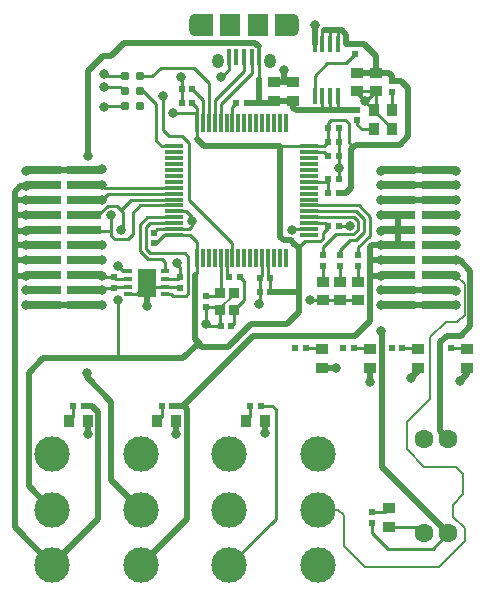
<source format=gtl>
G04 #@! TF.FileFunction,Copper,L1,Top,Signal*
%FSLAX46Y46*%
G04 Gerber Fmt 4.6, Leading zero omitted, Abs format (unit mm)*
G04 Created by KiCad (PCBNEW 0.201601071449+6428~40~ubuntu14.04.1-stable) date Thu 11 Feb 2016 16:27:28 GMT*
%MOMM*%
G01*
G04 APERTURE LIST*
%ADD10C,0.100000*%
%ADD11R,0.620000X0.620000*%
%ADD12R,1.000000X0.950000*%
%ADD13R,0.950000X1.000000*%
%ADD14R,0.300000X1.500000*%
%ADD15R,1.500000X0.300000*%
%ADD16R,0.650000X0.350000*%
%ADD17R,0.800000X0.800000*%
%ADD18R,1.550000X2.400000*%
%ADD19R,0.450000X1.450000*%
%ADD20R,2.920000X0.740000*%
%ADD21R,0.400000X1.350000*%
%ADD22O,1.000000X1.250000*%
%ADD23R,1.800000X1.900000*%
%ADD24R,1.575000X1.900000*%
%ADD25O,1.000000X1.900000*%
%ADD26C,0.787000*%
%ADD27C,3.000000*%
%ADD28R,0.850000X0.950000*%
%ADD29C,1.600000*%
%ADD30C,0.800000*%
%ADD31C,0.280000*%
%ADD32C,0.500000*%
%ADD33C,0.200000*%
G04 APERTURE END LIST*
D10*
D11*
X97000000Y-105850000D03*
X97000000Y-104950000D03*
X99150000Y-107500000D03*
X98250000Y-107500000D03*
X108250000Y-90700000D03*
X107350000Y-90700000D03*
X108250000Y-91900000D03*
X107350000Y-91900000D03*
X92600000Y-99550000D03*
X92600000Y-100450000D03*
X101550000Y-104600000D03*
X102450000Y-104600000D03*
X108250000Y-99000000D03*
X107350000Y-99000000D03*
X94950000Y-88600000D03*
X95850000Y-88600000D03*
X101550000Y-103400000D03*
X102450000Y-103400000D03*
X95850000Y-87400000D03*
X94950000Y-87400000D03*
X107350000Y-93100000D03*
X108250000Y-93100000D03*
X94800000Y-103350000D03*
X94800000Y-104250000D03*
D12*
X102800000Y-88400000D03*
X102800000Y-86800000D03*
X104400000Y-88400000D03*
X104400000Y-86800000D03*
D11*
X109600000Y-83550000D03*
X109600000Y-84450000D03*
D12*
X109800000Y-86000000D03*
X109800000Y-87600000D03*
X111400000Y-86000000D03*
X111400000Y-87600000D03*
D13*
X94500000Y-115500000D03*
X92900000Y-115500000D03*
X87000000Y-115500000D03*
X85400000Y-115500000D03*
D12*
X106800000Y-111000000D03*
X106800000Y-109400000D03*
X110900000Y-111000000D03*
X110900000Y-109400000D03*
X115000000Y-111000000D03*
X115000000Y-109400000D03*
X119100000Y-111000000D03*
X119100000Y-109400000D03*
D13*
X112800000Y-90800000D03*
X111200000Y-90800000D03*
X111200000Y-89200000D03*
X112800000Y-89200000D03*
D12*
X112500000Y-124500000D03*
X112500000Y-122900000D03*
X106900000Y-105300000D03*
X106900000Y-103700000D03*
X108400000Y-105300000D03*
X108400000Y-103700000D03*
X109900000Y-105300000D03*
X109900000Y-103700000D03*
D14*
X96250000Y-101700000D03*
X96750000Y-101700000D03*
X97250000Y-101700000D03*
X97750000Y-101700000D03*
X98250000Y-101700000D03*
X98750000Y-101700000D03*
X99250000Y-101700000D03*
X99750000Y-101700000D03*
X100250000Y-101700000D03*
X100750000Y-101700000D03*
X101250000Y-101700000D03*
X101750000Y-101700000D03*
X102250000Y-101700000D03*
X102750000Y-101700000D03*
X103250000Y-101700000D03*
X103750000Y-101700000D03*
D15*
X105700000Y-99750000D03*
X105700000Y-99250000D03*
X105700000Y-98750000D03*
X105700000Y-98250000D03*
X105700000Y-97750000D03*
X105700000Y-97250000D03*
X105700000Y-96750000D03*
X105700000Y-96250000D03*
X105700000Y-95750000D03*
X105700000Y-95250000D03*
X105700000Y-94750000D03*
X105700000Y-94250000D03*
X105700000Y-93750000D03*
X105700000Y-93250000D03*
X105700000Y-92750000D03*
X105700000Y-92250000D03*
D14*
X103750000Y-90300000D03*
X103250000Y-90300000D03*
X102750000Y-90300000D03*
X102250000Y-90300000D03*
X101750000Y-90300000D03*
X101250000Y-90300000D03*
X100750000Y-90300000D03*
X100250000Y-90300000D03*
X99750000Y-90300000D03*
X99250000Y-90300000D03*
X98750000Y-90300000D03*
X98250000Y-90300000D03*
X97750000Y-90300000D03*
X97250000Y-90300000D03*
X96750000Y-90300000D03*
X96250000Y-90300000D03*
D15*
X94300000Y-92250000D03*
X94300000Y-92750000D03*
X94300000Y-93250000D03*
X94300000Y-93750000D03*
X94300000Y-94250000D03*
X94300000Y-94750000D03*
X94300000Y-95250000D03*
X94300000Y-95750000D03*
X94300000Y-96250000D03*
X94300000Y-96750000D03*
X94300000Y-97250000D03*
X94300000Y-97750000D03*
X94300000Y-98250000D03*
X94300000Y-98750000D03*
X94300000Y-99250000D03*
X94300000Y-99750000D03*
D16*
X93550000Y-104775000D03*
X93550000Y-104125000D03*
X93550000Y-103475000D03*
X93550000Y-102825000D03*
X90450000Y-102825000D03*
X90450000Y-103475000D03*
X90450000Y-104125000D03*
X90450000Y-104775000D03*
D17*
X92000000Y-104400000D03*
X92000000Y-103200000D03*
X92000000Y-104400000D03*
X92000000Y-103200000D03*
D18*
X92000000Y-103800000D03*
D19*
X108175000Y-83600000D03*
X107525000Y-83600000D03*
X106875000Y-83600000D03*
X106225000Y-83600000D03*
X106225000Y-88000000D03*
X106875000Y-88000000D03*
X107525000Y-88000000D03*
X108175000Y-88000000D03*
D20*
X83285000Y-94285000D03*
X86715000Y-94285000D03*
X83285000Y-95555000D03*
X86715000Y-95555000D03*
X83285000Y-96825000D03*
X86715000Y-96825000D03*
X83285000Y-98095000D03*
X86715000Y-98095000D03*
X83285000Y-99365000D03*
X86715000Y-99365000D03*
X83285000Y-100635000D03*
X86715000Y-100635000D03*
X83285000Y-101905000D03*
X86715000Y-101905000D03*
X83285000Y-103175000D03*
X86715000Y-103175000D03*
X83285000Y-104445000D03*
X86715000Y-104445000D03*
X83285000Y-105715000D03*
X86715000Y-105715000D03*
X113285000Y-94285000D03*
X116715000Y-94285000D03*
X113285000Y-95555000D03*
X116715000Y-95555000D03*
X113285000Y-96825000D03*
X116715000Y-96825000D03*
X113285000Y-98095000D03*
X116715000Y-98095000D03*
X113285000Y-99365000D03*
X116715000Y-99365000D03*
X113285000Y-100635000D03*
X116715000Y-100635000D03*
X113285000Y-101905000D03*
X116715000Y-101905000D03*
X113285000Y-103175000D03*
X116715000Y-103175000D03*
X113285000Y-104445000D03*
X116715000Y-104445000D03*
X113285000Y-105715000D03*
X116715000Y-105715000D03*
D21*
X100225000Y-84675000D03*
X99575000Y-84675000D03*
X100875000Y-84675000D03*
X101525000Y-84675000D03*
X98925000Y-84675000D03*
D22*
X98000000Y-85000000D03*
X102450000Y-85000000D03*
D23*
X99075000Y-82000000D03*
X101375000Y-82000000D03*
D24*
X96837500Y-82000000D03*
D25*
X96050000Y-82000000D03*
D24*
X103612500Y-82000000D03*
D25*
X104400000Y-82000000D03*
D26*
X90160000Y-86330000D03*
X91430000Y-86330000D03*
X90160000Y-87600000D03*
X91430000Y-87600000D03*
X90160000Y-88870000D03*
X91430000Y-88870000D03*
D11*
X100450000Y-88600000D03*
X99550000Y-88600000D03*
X99850000Y-103300000D03*
X98950000Y-103300000D03*
X108250000Y-96200000D03*
X107350000Y-96200000D03*
X107350000Y-95000000D03*
X108250000Y-95000000D03*
X89200000Y-104250000D03*
X89200000Y-103350000D03*
X94150000Y-114200000D03*
X93250000Y-114200000D03*
X86650000Y-114200000D03*
X85750000Y-114200000D03*
X104550000Y-109300000D03*
X105450000Y-109300000D03*
X108650000Y-109300000D03*
X109550000Y-109300000D03*
X112750000Y-109300000D03*
X113650000Y-109300000D03*
X116850000Y-109300000D03*
X117750000Y-109300000D03*
X109800000Y-89150000D03*
X109800000Y-90050000D03*
X112800000Y-86750000D03*
X112800000Y-87650000D03*
X111100000Y-124150000D03*
X111100000Y-123250000D03*
X106900000Y-101450000D03*
X106900000Y-102350000D03*
X108400000Y-101450000D03*
X108400000Y-102350000D03*
X109900000Y-101450000D03*
X109900000Y-102350000D03*
D27*
X99000000Y-123000000D03*
X99000000Y-118300000D03*
X99000000Y-127700000D03*
X106500000Y-123000000D03*
X106500000Y-118300000D03*
X106500000Y-127700000D03*
X91500000Y-123000000D03*
X91500000Y-118300000D03*
X91500000Y-127700000D03*
X84000000Y-123000000D03*
X84000000Y-118300000D03*
X84000000Y-127700000D03*
D28*
X98225000Y-104675000D03*
X98225000Y-106125000D03*
X99375000Y-106125000D03*
X99375000Y-104675000D03*
D29*
X117500000Y-125000000D03*
X115500000Y-125000000D03*
X117500000Y-117000000D03*
X115500000Y-117000000D03*
D13*
X102000000Y-115500000D03*
X100400000Y-115500000D03*
D11*
X101650000Y-114200000D03*
X100750000Y-114200000D03*
D30*
X88400000Y-88900000D03*
X106200000Y-82000000D03*
X103600000Y-85800000D03*
X87000000Y-116600000D03*
X94500000Y-116600000D03*
X102000000Y-116500000D03*
X118500000Y-112100000D03*
X114400000Y-111900000D03*
X110900000Y-112200000D03*
X108000000Y-111000000D03*
X92000000Y-105800000D03*
X111800000Y-105700000D03*
X118200000Y-105700000D03*
X118200000Y-94300000D03*
X111800000Y-94300000D03*
X88200000Y-105700000D03*
X88200000Y-94200000D03*
X81800000Y-105700000D03*
X81800000Y-94300000D03*
X110500000Y-88400000D03*
X108250000Y-94100000D03*
X94900000Y-86400000D03*
X104300000Y-99300000D03*
X97000000Y-107300000D03*
X105800000Y-105300000D03*
X101500000Y-105600000D03*
X98300000Y-86400000D03*
X95800000Y-98600000D03*
X109200000Y-99000000D03*
X88400000Y-86100000D03*
X94200000Y-89400000D03*
X89600000Y-105300000D03*
X89600000Y-102400000D03*
X111800000Y-99400000D03*
X111800000Y-98100000D03*
X111800000Y-100600000D03*
X111800000Y-101900000D03*
X111800000Y-103200000D03*
X88200000Y-101900000D03*
X94600000Y-102100000D03*
X86900000Y-111400000D03*
X87000000Y-93100000D03*
X93400000Y-88000000D03*
X88400000Y-87200000D03*
X89800000Y-99300000D03*
X88200000Y-95500000D03*
X88200000Y-96800000D03*
X89000000Y-98100000D03*
X88200000Y-103200000D03*
X88200000Y-104400000D03*
X81800000Y-103200000D03*
X81800000Y-101900000D03*
X81800000Y-100600000D03*
X81800000Y-99400000D03*
X81800000Y-98100000D03*
X81800000Y-96800000D03*
X81800000Y-95600000D03*
X88200000Y-100600000D03*
X81800000Y-104400000D03*
X118200000Y-95500000D03*
X111800000Y-95500000D03*
X118200000Y-96800000D03*
X111800000Y-96800000D03*
X118200000Y-98100000D03*
X118200000Y-99400000D03*
X118200000Y-100600000D03*
X118200000Y-101900000D03*
X118200000Y-103200000D03*
X111800000Y-107900000D03*
X111800000Y-104400000D03*
X118200000Y-104500000D03*
D31*
X112500000Y-124500000D02*
X115000000Y-124500000D01*
X115000000Y-124500000D02*
X115500000Y-125000000D01*
X90160000Y-88870000D02*
X88430000Y-88870000D01*
X88430000Y-88870000D02*
X88400000Y-88900000D01*
D32*
X106225000Y-83600000D02*
X106225000Y-82025000D01*
X106225000Y-82025000D02*
X106200000Y-82000000D01*
X103600000Y-86800000D02*
X104400000Y-86800000D01*
X102800000Y-86800000D02*
X103600000Y-86800000D01*
X103600000Y-86800000D02*
X103600000Y-85800000D01*
D31*
X91175000Y-104775000D02*
X92000000Y-103950000D01*
X92000000Y-103950000D02*
X92000000Y-103800000D01*
X90450000Y-104775000D02*
X91175000Y-104775000D01*
D33*
X98225000Y-105975000D02*
X99375000Y-104825000D01*
X99375000Y-104825000D02*
X99375000Y-104675000D01*
X98225000Y-106125000D02*
X98225000Y-105975000D01*
D32*
X87000000Y-115500000D02*
X87000000Y-116600000D01*
X94500000Y-115500000D02*
X94500000Y-116600000D01*
X102000000Y-115500000D02*
X102000000Y-116500000D01*
X119100000Y-111000000D02*
X119100000Y-111500000D01*
X119100000Y-111500000D02*
X118500000Y-112100000D01*
X115000000Y-111000000D02*
X115000000Y-111300000D01*
X115000000Y-111300000D02*
X114400000Y-111900000D01*
X110900000Y-111000000D02*
X110900000Y-112200000D01*
X106800000Y-111000000D02*
X108000000Y-111000000D01*
X92000000Y-103800000D02*
X92000000Y-105800000D01*
D31*
X111800000Y-105700000D02*
X111815000Y-105715000D01*
X111815000Y-105715000D02*
X113285000Y-105715000D01*
X116715000Y-105715000D02*
X118185000Y-105715000D01*
X118185000Y-105715000D02*
X118200000Y-105700000D01*
X118200000Y-94300000D02*
X118185000Y-94285000D01*
X118185000Y-94285000D02*
X116715000Y-94285000D01*
X111800000Y-94300000D02*
X111815000Y-94285000D01*
X111815000Y-94285000D02*
X113285000Y-94285000D01*
X86715000Y-105715000D02*
X88185000Y-105715000D01*
X88185000Y-105715000D02*
X88200000Y-105700000D01*
X86715000Y-94285000D02*
X88115000Y-94285000D01*
X88115000Y-94285000D02*
X88200000Y-94200000D01*
X81800000Y-105700000D02*
X81815000Y-105715000D01*
X81815000Y-105715000D02*
X83285000Y-105715000D01*
X81800000Y-94300000D02*
X81815000Y-94285000D01*
X81815000Y-94285000D02*
X83285000Y-94285000D01*
X111400000Y-87600000D02*
X111400000Y-89000000D01*
X111400000Y-89000000D02*
X111200000Y-89200000D01*
X109800000Y-87600000D02*
X111400000Y-87600000D01*
X110500000Y-88400000D02*
X110600000Y-88400000D01*
X110600000Y-88400000D02*
X111400000Y-87600000D01*
X110500000Y-88400000D02*
X110500000Y-88500000D01*
X110500000Y-88500000D02*
X111200000Y-89200000D01*
X109800000Y-87600000D02*
X109800000Y-87700000D01*
X109800000Y-87700000D02*
X110500000Y-88400000D01*
X108250000Y-94100000D02*
X108250000Y-95000000D01*
X108250000Y-93100000D02*
X108250000Y-94100000D01*
X94950000Y-87400000D02*
X94950000Y-86450000D01*
X94950000Y-86450000D02*
X94900000Y-86400000D01*
X105700000Y-99250000D02*
X104350000Y-99250000D01*
X104350000Y-99250000D02*
X104300000Y-99300000D01*
X97000000Y-107300000D02*
X97200000Y-107500000D01*
X97200000Y-107500000D02*
X98250000Y-107500000D01*
X97000000Y-105850000D02*
X97000000Y-107300000D01*
X106900000Y-105300000D02*
X105800000Y-105300000D01*
X101550000Y-104600000D02*
X101550000Y-105550000D01*
X101550000Y-105550000D02*
X101500000Y-105600000D01*
X108400000Y-105300000D02*
X106900000Y-105300000D01*
X109900000Y-105300000D02*
X108400000Y-105300000D01*
D32*
X83285000Y-94285000D02*
X86715000Y-94285000D01*
X83285000Y-105715000D02*
X86715000Y-105715000D01*
X116715000Y-105715000D02*
X113285000Y-105715000D01*
X116715000Y-94285000D02*
X113285000Y-94285000D01*
D31*
X108250000Y-91900000D02*
X108250000Y-93100000D01*
X94950000Y-87400000D02*
X94950000Y-88600000D01*
X98925000Y-84675000D02*
X98925000Y-85775000D01*
X98925000Y-85775000D02*
X98300000Y-86400000D01*
X95800000Y-98600000D02*
X95800000Y-99000000D01*
X95800000Y-98200000D02*
X95800000Y-98600000D01*
X95800000Y-99000000D02*
X95550000Y-99250000D01*
X95550000Y-99250000D02*
X94300000Y-99250000D01*
X95350000Y-97750000D02*
X95800000Y-98200000D01*
X94300000Y-97750000D02*
X95350000Y-97750000D01*
X111200000Y-87800000D02*
X111400000Y-87600000D01*
X111200000Y-89200000D02*
X112800000Y-90800000D01*
X108250000Y-90700000D02*
X108250000Y-91900000D01*
X94300000Y-99250000D02*
X92900000Y-99250000D01*
X92900000Y-99250000D02*
X92600000Y-99550000D01*
X93550000Y-104125000D02*
X92325000Y-104125000D01*
X92325000Y-104125000D02*
X92000000Y-103800000D01*
X93550000Y-104125000D02*
X94675000Y-104125000D01*
X94675000Y-104125000D02*
X94800000Y-104250000D01*
X97000000Y-105850000D02*
X97950000Y-105850000D01*
X97950000Y-105850000D02*
X98225000Y-106125000D01*
X98225000Y-106125000D02*
X98225000Y-107475000D01*
X98225000Y-107475000D02*
X98250000Y-107500000D01*
X101550000Y-103400000D02*
X101550000Y-104600000D01*
X101750000Y-101700000D02*
X101750000Y-103200000D01*
X101750000Y-103200000D02*
X101550000Y-103400000D01*
X108250000Y-99000000D02*
X109200000Y-99000000D01*
X98250000Y-101700000D02*
X98250000Y-104650000D01*
X98250000Y-104650000D02*
X98225000Y-104675000D01*
X97000000Y-104950000D02*
X97950000Y-104950000D01*
X97950000Y-104950000D02*
X98225000Y-104675000D01*
X99375000Y-106125000D02*
X100200000Y-105300000D01*
X100200000Y-105300000D02*
X100200000Y-103650000D01*
X100200000Y-103650000D02*
X99850000Y-103300000D01*
X99375000Y-106125000D02*
X99375000Y-107275000D01*
X99375000Y-107275000D02*
X99150000Y-107500000D01*
X90160000Y-86330000D02*
X88630000Y-86330000D01*
X88630000Y-86330000D02*
X88400000Y-86100000D01*
X94200000Y-89400000D02*
X96250000Y-89400000D01*
D32*
X95100000Y-110200000D02*
X89600000Y-110200000D01*
X89600000Y-110200000D02*
X83200000Y-110200000D01*
D31*
X89600000Y-105300000D02*
X89600000Y-110200000D01*
X90450000Y-102825000D02*
X90025000Y-102825000D01*
X90025000Y-102825000D02*
X89600000Y-102400000D01*
X106700000Y-100300000D02*
X105400000Y-100300000D01*
X105400000Y-100300000D02*
X104900000Y-100800000D01*
D32*
X104800000Y-100800000D02*
X104500000Y-100500000D01*
X104500000Y-100500000D02*
X104200000Y-100200000D01*
D31*
X107350000Y-99000000D02*
X107350000Y-99150000D01*
X107350000Y-99150000D02*
X106900000Y-99600000D01*
X106900000Y-99600000D02*
X106900000Y-100100000D01*
X106900000Y-100100000D02*
X106700000Y-100300000D01*
D32*
X96400000Y-108900000D02*
X95100000Y-110200000D01*
X83200000Y-110200000D02*
X82000000Y-111400000D01*
X82000000Y-111400000D02*
X82000000Y-121000000D01*
X82000000Y-121000000D02*
X84000000Y-123000000D01*
D31*
X96250000Y-90300000D02*
X96250000Y-89400000D01*
X96250000Y-89400000D02*
X96250000Y-89000000D01*
X103700000Y-92250000D02*
X103300000Y-92250000D01*
D32*
X103300000Y-92250000D02*
X96850000Y-92250000D01*
X103600000Y-100200000D02*
X103300000Y-99900000D01*
X103300000Y-99900000D02*
X103300000Y-92250000D01*
X104200000Y-100200000D02*
X103600000Y-100200000D01*
X104900000Y-100800000D02*
X104800000Y-100800000D01*
X104900000Y-100800000D02*
X104900000Y-104500000D01*
X104900000Y-104500000D02*
X104900000Y-106300000D01*
X102450000Y-104600000D02*
X104800000Y-104600000D01*
X104800000Y-104600000D02*
X104900000Y-104500000D01*
X96700000Y-109200000D02*
X96400000Y-108900000D01*
X96400000Y-108900000D02*
X96100000Y-108600000D01*
X84000000Y-123000000D02*
X83200000Y-123000000D01*
D31*
X96250000Y-101700000D02*
X96250000Y-102950000D01*
X96250000Y-102950000D02*
X96100000Y-103100000D01*
D32*
X96100000Y-108600000D02*
X96100000Y-103100000D01*
X98900000Y-109200000D02*
X96700000Y-109200000D01*
X100800000Y-107300000D02*
X98900000Y-109200000D01*
X103900000Y-107300000D02*
X100800000Y-107300000D01*
X104900000Y-106300000D02*
X103900000Y-107300000D01*
D31*
X105700000Y-92250000D02*
X103700000Y-92250000D01*
D32*
X96850000Y-92250000D02*
X96250000Y-91650000D01*
D31*
X96250000Y-91650000D02*
X96250000Y-90300000D01*
D32*
X109700000Y-92100000D02*
X109500000Y-92300000D01*
X109500000Y-92300000D02*
X109300000Y-92500000D01*
D31*
X109100000Y-90300000D02*
X109100000Y-91900000D01*
X109100000Y-91900000D02*
X109500000Y-92300000D01*
X108800000Y-90000000D02*
X109100000Y-90300000D01*
X107600000Y-90000000D02*
X108800000Y-90000000D01*
X107350000Y-90250000D02*
X107600000Y-90000000D01*
X107350000Y-90700000D02*
X107350000Y-90250000D01*
D32*
X109300000Y-95800000D02*
X108900000Y-96200000D01*
X108900000Y-96200000D02*
X108250000Y-96200000D01*
X109300000Y-92500000D02*
X109300000Y-95800000D01*
X113400000Y-92100000D02*
X109700000Y-92100000D01*
X114100000Y-91400000D02*
X113400000Y-92100000D01*
X114100000Y-87300000D02*
X114100000Y-91400000D01*
X113550000Y-86750000D02*
X114100000Y-87300000D01*
X112800000Y-86750000D02*
X113550000Y-86750000D01*
D31*
X105700000Y-92250000D02*
X107000000Y-92250000D01*
X107000000Y-92250000D02*
X107350000Y-91900000D01*
X107350000Y-90700000D02*
X107350000Y-91900000D01*
X96250000Y-89000000D02*
X95850000Y-88600000D01*
X96250000Y-100350000D02*
X95650000Y-99750000D01*
X95650000Y-99750000D02*
X94300000Y-99750000D01*
X96250000Y-101700000D02*
X96250000Y-100350000D01*
X92750000Y-100450000D02*
X93450000Y-99750000D01*
X93450000Y-99750000D02*
X94300000Y-99750000D01*
X92600000Y-100450000D02*
X92750000Y-100450000D01*
X102450000Y-103400000D02*
X102450000Y-104600000D01*
X102250000Y-101700000D02*
X102250000Y-103200000D01*
X102250000Y-103200000D02*
X102450000Y-103400000D01*
X105700000Y-98750000D02*
X107100000Y-98750000D01*
X107100000Y-98750000D02*
X107350000Y-99000000D01*
D32*
X112500000Y-86000000D02*
X112800000Y-86300000D01*
X112800000Y-86300000D02*
X112800000Y-86750000D01*
X111400000Y-86000000D02*
X112500000Y-86000000D01*
X110350000Y-83550000D02*
X111400000Y-84600000D01*
X111400000Y-84600000D02*
X111400000Y-86000000D01*
X109600000Y-83550000D02*
X110350000Y-83550000D01*
X109800000Y-86000000D02*
X111400000Y-86000000D01*
X107400000Y-82400000D02*
X108100000Y-82400000D01*
X108100000Y-82400000D02*
X108500000Y-82400000D01*
D31*
X108175000Y-83600000D02*
X108175000Y-82475000D01*
X108175000Y-82475000D02*
X108100000Y-82400000D01*
D32*
X107000000Y-82400000D02*
X107400000Y-82400000D01*
D31*
X107525000Y-83600000D02*
X107525000Y-82525000D01*
X107525000Y-82525000D02*
X107400000Y-82400000D01*
D32*
X108900000Y-83600000D02*
X109550000Y-83600000D01*
X108500000Y-82400000D02*
X108900000Y-82800000D01*
X108900000Y-82800000D02*
X108900000Y-83600000D01*
D31*
X106875000Y-82525000D02*
X107000000Y-82400000D01*
X106875000Y-83600000D02*
X106875000Y-82525000D01*
X109550000Y-83600000D02*
X109600000Y-83550000D01*
X96750000Y-90300000D02*
X96750000Y-88300000D01*
X96750000Y-88300000D02*
X95850000Y-87400000D01*
X105700000Y-92750000D02*
X107000000Y-92750000D01*
X107000000Y-92750000D02*
X107350000Y-93100000D01*
D32*
X110900000Y-107000000D02*
X110900000Y-103200000D01*
X110900000Y-103200000D02*
X110900000Y-102000000D01*
X111800000Y-103200000D02*
X110900000Y-103200000D01*
X110900000Y-102000000D02*
X110900000Y-100800000D01*
X111800000Y-101900000D02*
X111000000Y-101900000D01*
X111000000Y-101900000D02*
X110900000Y-102000000D01*
X95100000Y-114200000D02*
X101000000Y-108300000D01*
X111100000Y-100600000D02*
X111800000Y-100600000D01*
X101000000Y-108300000D02*
X109600000Y-108300000D01*
X110900000Y-100800000D02*
X111100000Y-100600000D01*
X109600000Y-108300000D02*
X110900000Y-107000000D01*
D31*
X113285000Y-99365000D02*
X111835000Y-99365000D01*
X111835000Y-99365000D02*
X111800000Y-99400000D01*
X113285000Y-98095000D02*
X111805000Y-98095000D01*
X111805000Y-98095000D02*
X111800000Y-98100000D01*
X111800000Y-100600000D02*
X111835000Y-100635000D01*
X111835000Y-100635000D02*
X113285000Y-100635000D01*
X113285000Y-101905000D02*
X111805000Y-101905000D01*
X111805000Y-101905000D02*
X111800000Y-101900000D01*
X111800000Y-103200000D02*
X111825000Y-103175000D01*
X111825000Y-103175000D02*
X113285000Y-103175000D01*
D32*
X113285000Y-99365000D02*
X113285000Y-100635000D01*
X113285000Y-98095000D02*
X113285000Y-99365000D01*
X95400000Y-114500000D02*
X95400000Y-123800000D01*
X95400000Y-123800000D02*
X91500000Y-127700000D01*
X95100000Y-114200000D02*
X95400000Y-114500000D01*
X94150000Y-114200000D02*
X95100000Y-114200000D01*
D31*
X107350000Y-96200000D02*
X107350000Y-95000000D01*
X105700000Y-95250000D02*
X107100000Y-95250000D01*
X107100000Y-95250000D02*
X107350000Y-95000000D01*
X88200000Y-101900000D02*
X88195000Y-101905000D01*
X88195000Y-101905000D02*
X86715000Y-101905000D01*
X94600000Y-102300000D02*
X94800000Y-102500000D01*
X94800000Y-102500000D02*
X94800000Y-103350000D01*
X94600000Y-102100000D02*
X94600000Y-102300000D01*
X93550000Y-103475000D02*
X94675000Y-103475000D01*
X94675000Y-103475000D02*
X94800000Y-103350000D01*
D32*
X89000000Y-113900000D02*
X89000000Y-120500000D01*
X89000000Y-120500000D02*
X91500000Y-123000000D01*
X86900000Y-111800000D02*
X89000000Y-113900000D01*
X86900000Y-111400000D02*
X86900000Y-111800000D01*
X88300000Y-84600000D02*
X87000000Y-85900000D01*
X87000000Y-85900000D02*
X87000000Y-93100000D01*
X88400000Y-84600000D02*
X88300000Y-84600000D01*
X89000000Y-84600000D02*
X88400000Y-84600000D01*
X90100000Y-83500000D02*
X89000000Y-84600000D01*
X101200000Y-83500000D02*
X90100000Y-83500000D01*
X101425000Y-83725000D02*
X101200000Y-83500000D01*
X101525000Y-83725000D02*
X101425000Y-83725000D01*
D31*
X101525000Y-84675000D02*
X101525000Y-83725000D01*
D32*
X91500000Y-123000000D02*
X90900000Y-123000000D01*
D31*
X101525000Y-84675000D02*
X101525000Y-86525000D01*
D32*
X101525000Y-88575000D02*
X101525000Y-86525000D01*
X108000000Y-89200000D02*
X109750000Y-89200000D01*
D31*
X109750000Y-89200000D02*
X109800000Y-89150000D01*
D32*
X108000000Y-89200000D02*
X107500000Y-89200000D01*
X107500000Y-89200000D02*
X106800000Y-89200000D01*
D31*
X107525000Y-89175000D02*
X107500000Y-89200000D01*
X107525000Y-88000000D02*
X107525000Y-89175000D01*
D32*
X106800000Y-89200000D02*
X104600000Y-89200000D01*
X104400000Y-89000000D02*
X104400000Y-88400000D01*
X104600000Y-89200000D02*
X104400000Y-89000000D01*
D31*
X106875000Y-89125000D02*
X106800000Y-89200000D01*
X106875000Y-88000000D02*
X106875000Y-89125000D01*
X108175000Y-89025000D02*
X108000000Y-89200000D01*
X108175000Y-88000000D02*
X108175000Y-89025000D01*
D32*
X102800000Y-88400000D02*
X104400000Y-88400000D01*
X100450000Y-88600000D02*
X101500000Y-88600000D01*
X101500000Y-88600000D02*
X102600000Y-88600000D01*
D31*
X101525000Y-88575000D02*
X101500000Y-88600000D01*
X102600000Y-88600000D02*
X102800000Y-88400000D01*
X107300000Y-85200000D02*
X108850000Y-85200000D01*
X108850000Y-85200000D02*
X109600000Y-84450000D01*
X106225000Y-86275000D02*
X107300000Y-85200000D01*
X106225000Y-88000000D02*
X106225000Y-86275000D01*
X93250000Y-114200000D02*
X93250000Y-115150000D01*
X93250000Y-115150000D02*
X92900000Y-115500000D01*
X85750000Y-114200000D02*
X85750000Y-115150000D01*
X85750000Y-115150000D02*
X85400000Y-115500000D01*
X105450000Y-109300000D02*
X106700000Y-109300000D01*
X106700000Y-109300000D02*
X106800000Y-109400000D01*
X109550000Y-109300000D02*
X110800000Y-109300000D01*
X110800000Y-109300000D02*
X110900000Y-109400000D01*
X113650000Y-109300000D02*
X114900000Y-109300000D01*
X114900000Y-109300000D02*
X115000000Y-109400000D01*
X117750000Y-109300000D02*
X119000000Y-109300000D01*
X119000000Y-109300000D02*
X119100000Y-109400000D01*
X109800000Y-90400000D02*
X110200000Y-90800000D01*
X110200000Y-90800000D02*
X111200000Y-90800000D01*
X109800000Y-90050000D02*
X109800000Y-90400000D01*
X112800000Y-87650000D02*
X112800000Y-89200000D01*
X111100000Y-123250000D02*
X112150000Y-123250000D01*
X112150000Y-123250000D02*
X112500000Y-122900000D01*
X106900000Y-102350000D02*
X106900000Y-103700000D01*
X108400000Y-102350000D02*
X108400000Y-103700000D01*
X109900000Y-102350000D02*
X109900000Y-103700000D01*
X98750000Y-101700000D02*
X98750000Y-103100000D01*
X98750000Y-103100000D02*
X98950000Y-103300000D01*
X93900000Y-91400000D02*
X93400000Y-90900000D01*
X93400000Y-90900000D02*
X93400000Y-88000000D01*
X95000000Y-91400000D02*
X93900000Y-91400000D01*
X95600000Y-92000000D02*
X95000000Y-91400000D01*
X95600000Y-96800000D02*
X95600000Y-92000000D01*
X88400000Y-87200000D02*
X89760000Y-87200000D01*
X89760000Y-87200000D02*
X90160000Y-87600000D01*
X99250000Y-100450000D02*
X95600000Y-96800000D01*
X99250000Y-101700000D02*
X99250000Y-100450000D01*
X90000000Y-97800000D02*
X89800000Y-97600000D01*
X89800000Y-97600000D02*
X89500000Y-97300000D01*
X90650000Y-96750000D02*
X89800000Y-97600000D01*
X94300000Y-96750000D02*
X90650000Y-96750000D01*
X88700000Y-97300000D02*
X87905000Y-98095000D01*
X87905000Y-98095000D02*
X86715000Y-98095000D01*
X89500000Y-97300000D02*
X88700000Y-97300000D01*
X90000000Y-99100000D02*
X90000000Y-97800000D01*
X89800000Y-99300000D02*
X90000000Y-99100000D01*
X94300000Y-95750000D02*
X88450000Y-95750000D01*
X88450000Y-95750000D02*
X88200000Y-95500000D01*
X88200000Y-95500000D02*
X88145000Y-95555000D01*
X88145000Y-95555000D02*
X86715000Y-95555000D01*
X94300000Y-96250000D02*
X88750000Y-96250000D01*
X88750000Y-96250000D02*
X88200000Y-96800000D01*
X86715000Y-96825000D02*
X88175000Y-96825000D01*
X88175000Y-96825000D02*
X88200000Y-96800000D01*
X89300000Y-100100000D02*
X89000000Y-99800000D01*
X89000000Y-99800000D02*
X89000000Y-99400000D01*
X90400000Y-100100000D02*
X89300000Y-100100000D01*
X90800000Y-99700000D02*
X90400000Y-100100000D01*
X90800000Y-97900000D02*
X90800000Y-99700000D01*
X91450000Y-97250000D02*
X90800000Y-97900000D01*
X94300000Y-97250000D02*
X91450000Y-97250000D01*
X89000000Y-99400000D02*
X86750000Y-99400000D01*
X86750000Y-99400000D02*
X86715000Y-99365000D01*
X89000000Y-98100000D02*
X89000000Y-99400000D01*
X105700000Y-98250000D02*
X109550000Y-98250000D01*
X109550000Y-98250000D02*
X109900000Y-98600000D01*
X109900000Y-99300000D02*
X109500000Y-99700000D01*
X108000000Y-99700000D02*
X106900000Y-100800000D01*
X109900000Y-98600000D02*
X109900000Y-99300000D01*
X109500000Y-99700000D02*
X108000000Y-99700000D01*
X106900000Y-100800000D02*
X106900000Y-101450000D01*
X108400000Y-101450000D02*
X108400000Y-101000000D01*
X108400000Y-101000000D02*
X109200000Y-100200000D01*
X109700000Y-100200000D02*
X109200000Y-100200000D01*
X110400000Y-99500000D02*
X109700000Y-100200000D01*
X110400000Y-98400000D02*
X110400000Y-99500000D01*
X109750000Y-97750000D02*
X110400000Y-98400000D01*
X105700000Y-97750000D02*
X109750000Y-97750000D01*
X109900000Y-101450000D02*
X109900000Y-100800000D01*
X109900000Y-100800000D02*
X110900000Y-99800000D01*
X110900000Y-99800000D02*
X110900000Y-98200000D01*
X110900000Y-98200000D02*
X109950000Y-97250000D01*
X109950000Y-97250000D02*
X105700000Y-97250000D01*
X99250000Y-90300000D02*
X99250000Y-88900000D01*
X99250000Y-88900000D02*
X99550000Y-88600000D01*
X98250000Y-88650000D02*
X100875000Y-86025000D01*
X100875000Y-86025000D02*
X100875000Y-84675000D01*
X98250000Y-90300000D02*
X98250000Y-88650000D01*
X97750000Y-88350000D02*
X100225000Y-85875000D01*
X100225000Y-85875000D02*
X100225000Y-84675000D01*
X97750000Y-90300000D02*
X97750000Y-88350000D01*
X97250000Y-90300000D02*
X97250000Y-86850000D01*
X97250000Y-86850000D02*
X96000000Y-85600000D01*
X96000000Y-85600000D02*
X93200000Y-85600000D01*
X93200000Y-85600000D02*
X92470000Y-86330000D01*
X92470000Y-86330000D02*
X91430000Y-86330000D01*
X92800000Y-91800000D02*
X93250000Y-92250000D01*
X93250000Y-92250000D02*
X94300000Y-92250000D01*
X92800000Y-88700000D02*
X92800000Y-91800000D01*
X91700000Y-87600000D02*
X92800000Y-88700000D01*
X91430000Y-87600000D02*
X91700000Y-87600000D01*
X91400000Y-98900000D02*
X92050000Y-98250000D01*
X92050000Y-98250000D02*
X94300000Y-98250000D01*
X91400000Y-101100000D02*
X91400000Y-98900000D01*
X92100000Y-101800000D02*
X91400000Y-101100000D01*
X93300000Y-101800000D02*
X92100000Y-101800000D01*
X93550000Y-102050000D02*
X93300000Y-101800000D01*
X93550000Y-102825000D02*
X93550000Y-102050000D01*
X94300000Y-98750000D02*
X92250000Y-98750000D01*
X92250000Y-98750000D02*
X91900000Y-99100000D01*
X91900000Y-99100000D02*
X91900000Y-100900000D01*
X91900000Y-100900000D02*
X92300000Y-101300000D01*
X92300000Y-101300000D02*
X95200000Y-101300000D01*
X94200000Y-104900000D02*
X94075000Y-104775000D01*
X95200000Y-101300000D02*
X95500000Y-101600000D01*
X95500000Y-101600000D02*
X95500000Y-104700000D01*
X95500000Y-104700000D02*
X95300000Y-104900000D01*
X94075000Y-104775000D02*
X93550000Y-104775000D01*
X95300000Y-104900000D02*
X94200000Y-104900000D01*
X89200000Y-103350000D02*
X88350000Y-103350000D01*
X88350000Y-103350000D02*
X88200000Y-103200000D01*
X86715000Y-103175000D02*
X88175000Y-103175000D01*
X88175000Y-103175000D02*
X88200000Y-103200000D01*
X90450000Y-103475000D02*
X89325000Y-103475000D01*
X89325000Y-103475000D02*
X89200000Y-103350000D01*
X86890000Y-103350000D02*
X86715000Y-103175000D01*
X89200000Y-104250000D02*
X88350000Y-104250000D01*
X88350000Y-104250000D02*
X88200000Y-104400000D01*
X88200000Y-104400000D02*
X88155000Y-104445000D01*
X88155000Y-104445000D02*
X86715000Y-104445000D01*
X90450000Y-104125000D02*
X89325000Y-104125000D01*
X89325000Y-104125000D02*
X89200000Y-104250000D01*
X86910000Y-104250000D02*
X86715000Y-104445000D01*
D32*
X80800000Y-103200000D02*
X80800000Y-124500000D01*
X80800000Y-124500000D02*
X84000000Y-127700000D01*
X80800000Y-96100000D02*
X80800000Y-96800000D01*
X80800000Y-96800000D02*
X80800000Y-98100000D01*
X81800000Y-96800000D02*
X80800000Y-96800000D01*
X80800000Y-98100000D02*
X80800000Y-99600000D01*
X81800000Y-98100000D02*
X80800000Y-98100000D01*
X80800000Y-99600000D02*
X80800000Y-100700000D01*
X81800000Y-99400000D02*
X81000000Y-99400000D01*
X81000000Y-99400000D02*
X80800000Y-99600000D01*
X80900000Y-100600000D02*
X80800000Y-100700000D01*
X80800000Y-100700000D02*
X80800000Y-102000000D01*
X81800000Y-100600000D02*
X80900000Y-100600000D01*
X80800000Y-102000000D02*
X80800000Y-103200000D01*
X81800000Y-101900000D02*
X80900000Y-101900000D01*
X80900000Y-101900000D02*
X80800000Y-102000000D01*
X81800000Y-103200000D02*
X80800000Y-103200000D01*
X81300000Y-95600000D02*
X80800000Y-96100000D01*
X81800000Y-95600000D02*
X81300000Y-95600000D01*
D31*
X81800000Y-103200000D02*
X81825000Y-103175000D01*
X81825000Y-103175000D02*
X83285000Y-103175000D01*
X83285000Y-101905000D02*
X81805000Y-101905000D01*
X81805000Y-101905000D02*
X81800000Y-101900000D01*
X81800000Y-100600000D02*
X81835000Y-100635000D01*
X81835000Y-100635000D02*
X83285000Y-100635000D01*
X81800000Y-99400000D02*
X81835000Y-99365000D01*
X81835000Y-99365000D02*
X83285000Y-99365000D01*
X83285000Y-98095000D02*
X81805000Y-98095000D01*
X81805000Y-98095000D02*
X81800000Y-98100000D01*
X81800000Y-96800000D02*
X81825000Y-96825000D01*
X81825000Y-96825000D02*
X83285000Y-96825000D01*
X83285000Y-95555000D02*
X81845000Y-95555000D01*
X81845000Y-95555000D02*
X81800000Y-95600000D01*
D32*
X87900000Y-114700000D02*
X87900000Y-123800000D01*
X87900000Y-123800000D02*
X84000000Y-127700000D01*
X87400000Y-114200000D02*
X87900000Y-114700000D01*
X86650000Y-114200000D02*
X87400000Y-114200000D01*
D31*
X86715000Y-100635000D02*
X88165000Y-100635000D01*
X88165000Y-100635000D02*
X88200000Y-100600000D01*
X83285000Y-104445000D02*
X81845000Y-104445000D01*
X81845000Y-104445000D02*
X81800000Y-104400000D01*
X116715000Y-95555000D02*
X118145000Y-95555000D01*
X118145000Y-95555000D02*
X118200000Y-95500000D01*
X111800000Y-95500000D02*
X111855000Y-95555000D01*
X111855000Y-95555000D02*
X113285000Y-95555000D01*
D32*
X116715000Y-95555000D02*
X113285000Y-95555000D01*
D31*
X118200000Y-96800000D02*
X118175000Y-96825000D01*
X118175000Y-96825000D02*
X116715000Y-96825000D01*
X113285000Y-96825000D02*
X111825000Y-96825000D01*
X111825000Y-96825000D02*
X111800000Y-96800000D01*
D32*
X116715000Y-96825000D02*
X113285000Y-96825000D01*
D31*
X102900000Y-114500000D02*
X102900000Y-123800000D01*
X102900000Y-123800000D02*
X99000000Y-127700000D01*
X102600000Y-114200000D02*
X102900000Y-114500000D01*
X101650000Y-114200000D02*
X102600000Y-114200000D01*
X116715000Y-98095000D02*
X118195000Y-98095000D01*
X118195000Y-98095000D02*
X118200000Y-98100000D01*
X118200000Y-99400000D02*
X118165000Y-99365000D01*
X118165000Y-99365000D02*
X116715000Y-99365000D01*
X116715000Y-100635000D02*
X118165000Y-100635000D01*
X118165000Y-100635000D02*
X118200000Y-100600000D01*
D32*
X118200000Y-101900000D02*
X118500000Y-101900000D01*
X118500000Y-101900000D02*
X119400000Y-102800000D01*
D31*
X118200000Y-101900000D02*
X118195000Y-101905000D01*
X118195000Y-101905000D02*
X116715000Y-101905000D01*
D32*
X117400000Y-108300000D02*
X116850000Y-108850000D01*
X116850000Y-108850000D02*
X116850000Y-109300000D01*
X118600000Y-108300000D02*
X117400000Y-108300000D01*
X119400000Y-107500000D02*
X118600000Y-108300000D01*
X119400000Y-102800000D02*
X119400000Y-107500000D01*
X116850000Y-109300000D02*
X116850000Y-116350000D01*
X116850000Y-116350000D02*
X117500000Y-117000000D01*
D33*
X108700000Y-123500000D02*
X108200000Y-123000000D01*
X108200000Y-123000000D02*
X106500000Y-123000000D01*
X108700000Y-126100000D02*
X108700000Y-123500000D01*
X110500000Y-127900000D02*
X108700000Y-126100000D01*
X116700000Y-127900000D02*
X110500000Y-127900000D01*
X118900000Y-125700000D02*
X116700000Y-127900000D01*
X118900000Y-124600000D02*
X118900000Y-125700000D01*
X117900000Y-123600000D02*
X118900000Y-124600000D01*
X117900000Y-122600000D02*
X117900000Y-123600000D01*
X118800000Y-121700000D02*
X117900000Y-122600000D01*
X118800000Y-120000000D02*
X118800000Y-121700000D01*
X118200000Y-119400000D02*
X118800000Y-120000000D01*
X115500000Y-119400000D02*
X118200000Y-119400000D01*
X114000000Y-117900000D02*
X115500000Y-119400000D01*
X114000000Y-115600000D02*
X114000000Y-117900000D01*
X116000000Y-113600000D02*
X114000000Y-115600000D01*
X116000000Y-108400000D02*
X116000000Y-113600000D01*
X116000000Y-108400000D02*
X117300000Y-107100000D01*
X118300000Y-107100000D02*
X118899998Y-106500002D01*
X118899998Y-103899998D02*
X118200000Y-103200000D01*
X118899998Y-106500002D02*
X118899998Y-103899998D01*
X117300000Y-107100000D02*
X118300000Y-107100000D01*
D31*
X116715000Y-103175000D02*
X118175000Y-103175000D01*
D33*
X116600000Y-103200000D02*
X116715000Y-103175000D01*
D31*
X118175000Y-103175000D02*
X118200000Y-103200000D01*
D32*
X111900000Y-108000000D02*
X111900000Y-119400000D01*
X111900000Y-119400000D02*
X117500000Y-125000000D01*
X111800000Y-107900000D02*
X111900000Y-108000000D01*
D31*
X113285000Y-104445000D02*
X111845000Y-104445000D01*
X111845000Y-104445000D02*
X111800000Y-104400000D01*
X118200000Y-104500000D02*
X118145000Y-104445000D01*
X118145000Y-104445000D02*
X116715000Y-104445000D01*
X112400000Y-126300000D02*
X116200000Y-126300000D01*
X116200000Y-126300000D02*
X117500000Y-125000000D01*
X111100000Y-125000000D02*
X112400000Y-126300000D01*
X111100000Y-124150000D02*
X111100000Y-125000000D01*
D32*
X116715000Y-104445000D02*
X113285000Y-104445000D01*
D31*
X100750000Y-114200000D02*
X100750000Y-115150000D01*
X100750000Y-115150000D02*
X100400000Y-115500000D01*
M02*

</source>
